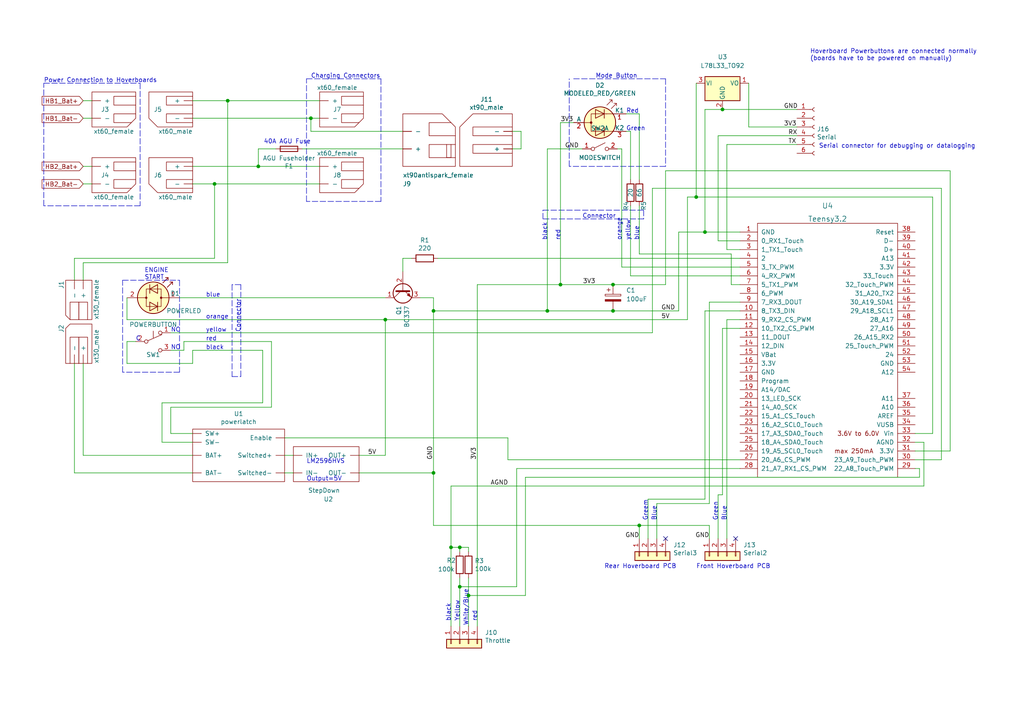
<source format=kicad_sch>
(kicad_sch (version 20211123) (generator eeschema)
  (paper "A4")
  (lib_symbols
    (symbol "Bobbycar_components:StepDown" (pin_names (offset 1.016))
      (property "Reference" "U" (at -1.27 0 0))
      (property "Value" "StepDown" (at 0 6.35 0))
      (symbol "StepDown_0_1"
        (rectangle (start -10.16 5.08) (end 8.89 -5.08))
      )
      (symbol "StepDown_1_1"
        (pin power_in line (at -10.16 2.54 0) (length 2.54) (name "IN+") (number "~"))
        (pin power_in line (at -10.16 -2.54 0) (length 2.54) (name "IN-") (number "~"))
        (pin power_out line (at 8.89 2.54 180) (length 2.54) (name "OUT+") (number "~"))
        (pin power_out line (at 8.89 -2.54 180) (length 2.54) (name "OUT-") (number "~"))
      )
    )
    (symbol "Bobbycar_components:powerlatch" (pin_names (offset 1.016))
      (property "Reference" "U" (at -1.27 6.35 0))
      (property "Value" "powerlatch" (at 0 10.16 0))
      (symbol "powerlatch_0_1"
        (rectangle (start -12.7 8.89) (end 13.97 -6.35))
      )
      (symbol "powerlatch_1_1"
        (pin power_in line (at -12.7 1.27 0) (length 2.54) (name "BAT+") (number "~"))
        (pin power_in line (at -12.7 -3.81 0) (length 2.54) (name "BAT-") (number "~"))
        (pin input line (at 13.97 6.35 180) (length 2.54) (name "Enable") (number "~"))
        (pin input line (at -12.7 7.62 0) (length 2.54) (name "SW+") (number "~"))
        (pin input line (at -12.7 5.08 0) (length 2.54) (name "SW-") (number "~"))
        (pin power_in line (at 13.97 1.27 180) (length 2.54) (name "Switched+") (number "~"))
        (pin power_in line (at 13.97 -3.81 180) (length 2.54) (name "Switched-") (number "~"))
      )
    )
    (symbol "Bobbycar_components:xt30_female" (pin_names (offset 1.016))
      (property "Reference" "J" (at 0 15.24 0))
      (property "Value" "xt30_female" (at 0 12.7 0))
      (symbol "xt30_female_0_1"
        (polyline (pts (xy -2.54 11.43) (xy -2.54 6.35) (xy 0 6.35) (xy 0 11.43)))
        (polyline (pts (xy 0 11.43) (xy 0 6.35) (xy 2.54 6.35) (xy 2.54 11.43)))
      )
      (symbol "xt30_female_1_1"
        (polyline (pts (xy -3.81 0) (xy 3.81 0) (xy 3.81 11.43) (xy -2.54 11.43) (xy -3.81 10.16) (xy -3.81 0)))
        (pin power_out line (at 1.27 0 90) (length 2.54) (name "+") (number "~"))
        (pin power_out line (at -1.27 0 90) (length 2.54) (name "-") (number "~"))
      )
    )
    (symbol "Bobbycar_components:xt30_male" (pin_names (offset 1.016))
      (property "Reference" "J" (at 0 16.51 0))
      (property "Value" "xt30_male" (at 0 13.97 0))
      (symbol "xt30_male_0_1"
        (polyline (pts (xy -2.54 0) (xy -2.54 7.62) (xy 0 7.62) (xy 0 0)))
        (polyline (pts (xy 0 0) (xy 0 7.62) (xy 2.54 7.62) (xy 2.54 0)))
        (polyline (pts (xy -3.81 0) (xy 3.81 0) (xy 3.81 11.43) (xy -2.54 11.43) (xy -3.81 10.16) (xy -3.81 0)))
      )
      (symbol "xt30_male_1_1"
        (pin power_in line (at 1.27 0 90) (length 2.54) (name "+") (number "~"))
        (pin power_in line (at -1.27 0 90) (length 2.54) (name "-") (number "~"))
      )
    )
    (symbol "Bobbycar_components:xt60_female" (pin_names (offset 1.016))
      (property "Reference" "J" (at 0 11.43 0))
      (property "Value" "xt60_female" (at 0 13.97 0))
      (symbol "xt60_female_0_1"
        (polyline (pts (xy -3.81 11.43) (xy -3.81 6.35) (xy -1.27 6.35) (xy -1.27 12.7)))
        (polyline (pts (xy 1.27 12.7) (xy 1.27 6.35) (xy 3.81 6.35) (xy 3.81 12.7)))
      )
      (symbol "xt60_female_1_1"
        (polyline (pts (xy -5.08 0) (xy -5.08 10.16) (xy -2.54 12.7) (xy 5.08 12.7) (xy 5.08 0) (xy -5.08 0)))
        (pin power_out line (at 2.54 0 90) (length 2.54) (name "+") (number "~"))
        (pin power_out line (at -2.54 0 90) (length 2.54) (name "-") (number "~"))
      )
    )
    (symbol "Bobbycar_components:xt60_male" (pin_names (offset 1.016))
      (property "Reference" "J" (at 0 11.43 0))
      (property "Value" "xt60_male" (at 0 13.97 0))
      (symbol "xt60_male_0_1"
        (polyline (pts (xy -3.81 0) (xy -3.81 7.62) (xy -1.27 7.62) (xy -1.27 0)))
        (polyline (pts (xy 1.27 0) (xy 1.27 7.62) (xy 3.81 7.62) (xy 3.81 0)))
        (polyline (pts (xy -5.08 0) (xy -5.08 10.16) (xy -2.54 12.7) (xy 5.08 12.7) (xy 5.08 0) (xy -5.08 0)))
      )
      (symbol "xt60_male_1_1"
        (pin power_in line (at 2.54 0 90) (length 2.54) (name "+") (number "~"))
        (pin power_in line (at -2.54 0 90) (length 2.54) (name "-") (number "~"))
      )
    )
    (symbol "Bobbycar_components:xt90_male" (pin_names (offset 1.016))
      (property "Reference" "J" (at 0 19.05 0))
      (property "Value" "xt90_male" (at 0 16.51 0))
      (symbol "xt90_male_0_1"
        (polyline (pts (xy -3.81 0) (xy -3.81 11.43) (xy -1.27 11.43) (xy -1.27 0)))
        (polyline (pts (xy 1.27 0) (xy 1.27 11.43) (xy 3.81 11.43) (xy 3.81 0)))
      )
      (symbol "xt90_male_1_1"
        (polyline (pts (xy -7.62 0) (xy 7.62 0) (xy 7.62 15.24) (xy -3.81 15.24) (xy -7.62 11.43) (xy -7.62 0)))
        (pin power_in line (at 2.54 0 90) (length 2.54) (name "+") (number "~"))
        (pin power_in line (at -2.54 0 90) (length 2.54) (name "-") (number "~"))
      )
    )
    (symbol "Bobbycar_components:xt90antispark_female" (pin_names (offset 1.016))
      (property "Reference" "J" (at 0 16.51 0))
      (property "Value" "xt90antispark_female" (at 1.27 19.05 0))
      (symbol "xt90antispark_female_0_1"
        (polyline (pts (xy -5.08 13.97) (xy -5.08 7.62) (xy -1.27 7.62) (xy -1.27 15.24)))
        (polyline (pts (xy 1.27 13.97) (xy 5.08 13.97) (xy 5.08 12.7) (xy 1.27 12.7)))
        (polyline (pts (xy 1.27 15.24) (xy 1.27 7.62) (xy 5.08 7.62) (xy 5.08 15.24)))
        (polyline (pts (xy -7.62 0) (xy 7.62 0) (xy 7.62 15.24) (xy -3.81 15.24) (xy -7.62 11.43) (xy -7.62 0)))
      )
      (symbol "xt90antispark_female_1_1"
        (pin power_out line (at 2.54 0 90) (length 2.54) (name "+") (number "~"))
        (pin power_out line (at -2.54 0 90) (length 2.54) (name "-") (number "~"))
      )
    )
    (symbol "Bobbycar_wiring-rescue:LED_Dual_2pin-Device" (pin_names (offset 0) hide)
      (property "Reference" "D" (at 0 5.715 0))
      (property "Value" "LED_Dual_2pin-Device" (at 0 -6.35 0))
      (symbol "LED_Dual_2pin-Device_0_1"
        (circle (center -2.032 0) (radius 0.254) (fill (type outline)))
        (polyline (pts (xy -4.572 0) (xy -2.54 0)))
        (polyline (pts (xy -2.032 0) (xy -2.54 0)))
        (polyline (pts (xy -1.016 3.81) (xy -1.016 1.27)) (stroke (width 0.2032)))
        (polyline (pts (xy 1.27 -1.27) (xy 1.27 -3.81)) (stroke (width 0.2032)))
        (polyline (pts (xy 4.064 0) (xy 2.286 0)) (fill (type outline)))
        (polyline (pts (xy 4.318 5.842) (xy 4.318 5.08)) (stroke (width 0.2032)))
        (polyline (pts (xy 5.588 4.572) (xy 5.588 3.81)) (stroke (width 0.2032)))
        (polyline (pts (xy 2.794 4.318) (xy 4.318 5.842) (xy 3.556 5.842)) (stroke (width 0.2032)))
        (polyline (pts (xy 4.064 3.048) (xy 5.588 4.572) (xy 4.826 4.572)) (stroke (width 0.2032)))
        (polyline (pts (xy -1.016 -1.27) (xy -1.016 -3.81) (xy 1.27 -2.54) (xy -1.016 -1.27)) (stroke (width 0.2032)))
        (polyline (pts (xy 1.27 3.81) (xy 1.27 1.27) (xy -1.016 2.54) (xy 1.27 3.81)) (stroke (width 0.2032)))
        (polyline (pts (xy 2.286 2.54) (xy -2.032 2.54) (xy -2.032 -2.54) (xy 2.286 -2.54) (xy 2.286 2.54)))
        (circle (center 0 0) (radius 4.572) (stroke (width 0.254)) (fill (type background)))
        (circle (center 2.286 0) (radius 0.254) (fill (type outline)))
      )
      (symbol "LED_Dual_2pin-Device_1_1"
        (pin input line (at 7.62 0 180) (length 3.81) (name "KA") (number "1"))
        (pin input line (at -7.62 0 0) (length 3.048) (name "AK") (number "2"))
      )
    )
    (symbol "Bobbycar_wiring-rescue:LED_Dual_CAC-Device" (pin_names (offset 0))
      (property "Reference" "D" (at 0 5.715 0))
      (property "Value" "LED_Dual_CAC-Device" (at 0 -6.35 0))
      (symbol "LED_Dual_CAC-Device_0_1"
        (circle (center -2.54 0) (radius 0.2794) (fill (type outline)))
        (polyline (pts (xy -4.572 0) (xy -2.54 0)))
        (polyline (pts (xy 1.27 -1.27) (xy 1.27 -3.81)) (stroke (width 0.2032)))
        (polyline (pts (xy 1.27 3.81) (xy 1.27 1.27)) (stroke (width 0.2032)))
        (polyline (pts (xy 3.81 -2.54) (xy 1.905 -2.54)))
        (polyline (pts (xy 3.81 2.54) (xy 1.905 2.54)))
        (polyline (pts (xy -1.27 -1.27) (xy -1.27 -3.81) (xy 1.27 -2.54) (xy -1.27 -1.27)) (stroke (width 0.2032)))
        (polyline (pts (xy -1.27 3.81) (xy -1.27 1.27) (xy 1.27 2.54) (xy -1.27 3.81)) (stroke (width 0.2032)))
        (polyline (pts (xy 2.032 2.54) (xy -2.54 2.54) (xy -2.54 -2.54) (xy 2.032 -2.54)))
        (polyline (pts (xy 2.032 5.08) (xy 3.556 6.604) (xy 2.794 6.604) (xy 3.556 6.604) (xy 3.556 5.842)))
        (polyline (pts (xy 3.302 4.064) (xy 4.826 5.588) (xy 4.064 5.588) (xy 4.826 5.588) (xy 4.826 4.826)))
        (circle (center 0 0) (radius 4.572) (stroke (width 0.254)) (fill (type background)))
      )
      (symbol "LED_Dual_CAC-Device_1_1"
        (pin input line (at 7.62 2.54 180) (length 3.81) (name "K1") (number "1"))
        (pin input line (at -7.62 0 0) (length 3.048) (name "A") (number "2"))
        (pin input line (at 7.62 -2.54 180) (length 3.81) (name "K2") (number "3"))
      )
    )
    (symbol "Bobbycar_wiring-rescue:SW_DPST_x2-Switch" (pin_names (offset 0) hide)
      (property "Reference" "SW" (at 0 3.175 0))
      (property "Value" "SW_DPST_x2-Switch" (at 0 -2.54 0))
      (symbol "SW_DPST_x2-Switch_0_0"
        (circle (center -2.032 0) (radius 0.508))
        (polyline (pts (xy -1.524 0.254) (xy 1.524 1.778)))
        (circle (center 2.032 0) (radius 0.508))
      )
      (symbol "SW_DPST_x2-Switch_1_1"
        (pin passive line (at -5.08 0 0) (length 2.54) (name "A") (number "1"))
        (pin passive line (at 5.08 0 180) (length 2.54) (name "B") (number "2"))
      )
      (symbol "SW_DPST_x2-Switch_2_1"
        (pin input line (at -5.08 0 0) (length 2.54) (name "A") (number "3"))
        (pin input line (at 5.08 0 180) (length 2.54) (name "B") (number "4"))
      )
    )
    (symbol "Connector:Conn_01x06_Female" (pin_names (offset 1.016) hide)
      (property "Reference" "J" (at 0 7.62 0))
      (property "Value" "Conn_01x06_Female" (at 0 -10.16 0))
      (symbol "Conn_01x06_Female_1_1"
        (arc (start 0 -7.112) (mid -0.508 -7.62) (end 0 -8.128) (stroke (width 0.1524)))
        (arc (start 0 -4.572) (mid -0.508 -5.08) (end 0 -5.588) (stroke (width 0.1524)))
        (arc (start 0 -2.032) (mid -0.508 -2.54) (end 0 -3.048) (stroke (width 0.1524)))
        (polyline (pts (xy -1.27 -7.62) (xy -0.508 -7.62)) (stroke (width 0.1524)))
        (polyline (pts (xy -1.27 -5.08) (xy -0.508 -5.08)) (stroke (width 0.1524)))
        (polyline (pts (xy -1.27 -2.54) (xy -0.508 -2.54)) (stroke (width 0.1524)))
        (polyline (pts (xy -1.27 0) (xy -0.508 0)) (stroke (width 0.1524)))
        (polyline (pts (xy -1.27 2.54) (xy -0.508 2.54)) (stroke (width 0.1524)))
        (polyline (pts (xy -1.27 5.08) (xy -0.508 5.08)) (stroke (width 0.1524)))
        (arc (start 0 0.508) (mid -0.508 0) (end 0 -0.508) (stroke (width 0.1524)))
        (arc (start 0 3.048) (mid -0.508 2.54) (end 0 2.032) (stroke (width 0.1524)))
        (arc (start 0 5.588) (mid -0.508 5.08) (end 0 4.572) (stroke (width 0.1524)))
        (pin passive line (at -5.08 5.08 0) (length 3.81) (name "Pin_1") (number "1"))
        (pin passive line (at -5.08 2.54 0) (length 3.81) (name "Pin_2") (number "2"))
        (pin passive line (at -5.08 0 0) (length 3.81) (name "Pin_3") (number "3"))
        (pin passive line (at -5.08 -2.54 0) (length 3.81) (name "Pin_4") (number "4"))
        (pin passive line (at -5.08 -5.08 0) (length 3.81) (name "Pin_5") (number "5"))
        (pin passive line (at -5.08 -7.62 0) (length 3.81) (name "Pin_6") (number "6"))
      )
    )
    (symbol "Connector_Generic:Conn_01x04" (pin_names (offset 1.016) hide)
      (property "Reference" "J" (at 0 5.08 0))
      (property "Value" "Conn_01x04" (at 0 -7.62 0))
      (symbol "Conn_01x04_1_1"
        (rectangle (start -1.27 -4.953) (end 0 -5.207) (stroke (width 0.1524)))
        (rectangle (start -1.27 -2.413) (end 0 -2.667) (stroke (width 0.1524)))
        (rectangle (start -1.27 0.127) (end 0 -0.127) (stroke (width 0.1524)))
        (rectangle (start -1.27 2.667) (end 0 2.413) (stroke (width 0.1524)))
        (rectangle (start -1.27 3.81) (end 1.27 -6.35) (stroke (width 0.254)) (fill (type background)))
        (pin passive line (at -5.08 2.54 0) (length 3.81) (name "Pin_1") (number "1"))
        (pin passive line (at -5.08 0 0) (length 3.81) (name "Pin_2") (number "2"))
        (pin passive line (at -5.08 -2.54 0) (length 3.81) (name "Pin_3") (number "3"))
        (pin passive line (at -5.08 -5.08 0) (length 3.81) (name "Pin_4") (number "4"))
      )
    )
    (symbol "Device:C_Polarized" (pin_numbers hide) (pin_names (offset 0.254))
      (property "Reference" "C" (at 0.635 2.54 0))
      (property "Value" "C_Polarized" (at 0.635 -2.54 0))
      (symbol "C_Polarized_0_1"
        (rectangle (start -2.286 0.508) (end 2.286 1.016))
        (polyline (pts (xy -1.778 2.286) (xy -0.762 2.286)))
        (polyline (pts (xy -1.27 2.794) (xy -1.27 1.778)))
        (rectangle (start 2.286 -0.508) (end -2.286 -1.016) (fill (type outline)))
      )
      (symbol "C_Polarized_1_1"
        (pin passive line (at 0 3.81 270) (length 2.794) (name "~") (number "1"))
        (pin passive line (at 0 -3.81 90) (length 2.794) (name "~") (number "2"))
      )
    )
    (symbol "Device:Fuse" (pin_numbers hide) (pin_names (offset 0))
      (property "Reference" "F" (at 2.032 0 90))
      (property "Value" "Fuse" (at -1.905 0 90))
      (symbol "Fuse_0_1"
        (rectangle (start -0.762 -2.54) (end 0.762 2.54) (stroke (width 0.254)))
        (polyline (pts (xy 0 2.54) (xy 0 -2.54)))
      )
      (symbol "Fuse_1_1"
        (pin passive line (at 0 3.81 270) (length 1.27) (name "~") (number "1"))
        (pin passive line (at 0 -3.81 90) (length 1.27) (name "~") (number "2"))
      )
    )
    (symbol "Device:R" (pin_numbers hide) (pin_names (offset 0))
      (property "Reference" "R" (at 2.032 0 90))
      (property "Value" "R" (at 0 0 90))
      (symbol "R_0_1"
        (rectangle (start -1.016 -2.54) (end 1.016 2.54) (stroke (width 0.254)))
      )
      (symbol "R_1_1"
        (pin passive line (at 0 3.81 270) (length 1.27) (name "~") (number "1"))
        (pin passive line (at 0 -3.81 90) (length 1.27) (name "~") (number "2"))
      )
    )
    (symbol "Regulator_Linear:L78L33_TO92" (pin_names (offset 0.254))
      (property "Reference" "U" (at -3.81 3.175 0))
      (property "Value" "L78L33_TO92" (at 0 3.175 0))
      (symbol "L78L33_TO92_0_1"
        (rectangle (start -5.08 -5.08) (end 5.08 1.905) (stroke (width 0.254)) (fill (type background)))
      )
      (symbol "L78L33_TO92_1_1"
        (pin power_out line (at 7.62 0 180) (length 2.54) (name "VO") (number "1"))
        (pin power_in line (at 0 -7.62 90) (length 2.54) (name "GND") (number "2"))
        (pin power_in line (at -7.62 0 0) (length 2.54) (name "VI") (number "3"))
      )
    )
    (symbol "Switch:SW_Push_SPDT" (pin_names (offset 0) hide)
      (property "Reference" "SW" (at 0 4.318 0))
      (property "Value" "SW_Push_SPDT" (at 0 -5.08 0))
      (symbol "SW_Push_SPDT_0_0"
        (circle (center -2.032 0) (radius 0.508))
        (polyline (pts (xy 0 1.016) (xy 0 3.048)))
        (circle (center 2.032 -2.54) (radius 0.508))
      )
      (symbol "SW_Push_SPDT_0_1"
        (polyline (pts (xy -1.524 0.254) (xy 2.54 2.032)))
        (circle (center 2.032 2.54) (radius 0.508))
      )
      (symbol "SW_Push_SPDT_1_1"
        (pin passive line (at 5.08 2.54 180) (length 2.54) (name "A") (number "1"))
        (pin passive line (at -5.08 0 0) (length 2.54) (name "B") (number "2"))
        (pin passive line (at 5.08 -2.54 180) (length 2.54) (name "C") (number "3"))
      )
    )
    (symbol "Transistor_BJT:BC337" (pin_names (offset 0) hide)
      (property "Reference" "Q" (at 5.08 1.905 0))
      (property "Value" "BC337" (at 5.08 0 0))
      (symbol "BC337_0_1"
        (polyline (pts (xy 0 0) (xy 0.635 0)))
        (polyline (pts (xy 0.635 0.635) (xy 2.54 2.54)))
        (polyline (pts (xy 0.635 -0.635) (xy 2.54 -2.54) (xy 2.54 -2.54)))
        (polyline (pts (xy 0.635 1.905) (xy 0.635 -1.905) (xy 0.635 -1.905)) (stroke (width 0.508)))
        (polyline (pts (xy 1.27 -1.778) (xy 1.778 -1.27) (xy 2.286 -2.286) (xy 1.27 -1.778) (xy 1.27 -1.778)) (fill (type outline)))
        (circle (center 1.27 0) (radius 2.8194) (stroke (width 0.254)))
      )
      (symbol "BC337_1_1"
        (pin passive line (at 2.54 5.08 270) (length 2.54) (name "C") (number "1"))
        (pin input line (at -5.08 0 0) (length 5.08) (name "B") (number "2"))
        (pin passive line (at 2.54 -5.08 90) (length 2.54) (name "E") (number "3"))
      )
    )
    (symbol "teensy:Teensy3.2" (pin_names (offset 1.016))
      (property "Reference" "U" (at 0 39.37 0))
      (property "Value" "Teensy3.2" (at 0 -39.37 0))
      (symbol "Teensy3.2_0_0"
        (text "3.6V to 6.0V" (at 8.89 -24.13 0) (effects (font (size 1.27 1.27))))
        (text "max 250mA" (at 7.62 -29.21 0) (effects (font (size 1.27 1.27))))
      )
      (symbol "Teensy3.2_0_1"
        (rectangle (start -20.32 -36.83) (end 20.32 36.83))
      )
      (symbol "Teensy3.2_1_1"
        (pin power_in line (at -25.4 34.29 0) (length 5.08) (name "GND") (number "1"))
        (pin bidirectional line (at -25.4 11.43 0) (length 5.08) (name "8_TX3_DIN") (number "10"))
        (pin bidirectional line (at -25.4 8.89 0) (length 5.08) (name "9_RX2_CS_PWM") (number "11"))
        (pin bidirectional line (at -25.4 6.35 0) (length 5.08) (name "10_TX2_CS_PWM") (number "12"))
        (pin bidirectional line (at -25.4 3.81 0) (length 5.08) (name "11_DOUT") (number "13"))
        (pin bidirectional line (at -25.4 1.27 0) (length 5.08) (name "12_DIN") (number "14"))
        (pin power_in line (at -25.4 -1.27 0) (length 5.08) (name "VBat") (number "15"))
        (pin power_out line (at -25.4 -3.81 0) (length 5.08) (name "3.3V") (number "16"))
        (pin power_in line (at -25.4 -6.35 0) (length 5.08) (name "GND") (number "17"))
        (pin input line (at -25.4 -8.89 0) (length 5.08) (name "Program") (number "18"))
        (pin bidirectional line (at -25.4 -11.43 0) (length 5.08) (name "A14/DAC") (number "19"))
        (pin bidirectional line (at -25.4 31.75 0) (length 5.08) (name "0_RX1_Touch") (number "2"))
        (pin bidirectional line (at -25.4 -13.97 0) (length 5.08) (name "13_LED_SCK") (number "20"))
        (pin bidirectional line (at -25.4 -16.51 0) (length 5.08) (name "14_A0_SCK") (number "21"))
        (pin bidirectional line (at -25.4 -19.05 0) (length 5.08) (name "15_A1_CS_Touch") (number "22"))
        (pin bidirectional line (at -25.4 -21.59 0) (length 5.08) (name "16_A2_SCL0_Touch") (number "23"))
        (pin bidirectional line (at -25.4 -24.13 0) (length 5.08) (name "17_A3_SDA0_Touch") (number "24"))
        (pin bidirectional line (at -25.4 -26.67 0) (length 5.08) (name "18_A4_SDA0_Touch") (number "25"))
        (pin bidirectional line (at -25.4 -29.21 0) (length 5.08) (name "19_A5_SCL0_Touch") (number "26"))
        (pin bidirectional line (at -25.4 -31.75 0) (length 5.08) (name "20_A6_CS_PWM") (number "27"))
        (pin bidirectional line (at -25.4 -34.29 0) (length 5.08) (name "21_A7_RX1_CS_PWM") (number "28"))
        (pin bidirectional line (at 25.4 -34.29 180) (length 5.08) (name "22_A8_Touch_PWM") (number "29"))
        (pin bidirectional line (at -25.4 29.21 0) (length 5.08) (name "1_TX1_Touch") (number "3"))
        (pin bidirectional line (at 25.4 -31.75 180) (length 5.08) (name "23_A9_Touch_PWM") (number "30"))
        (pin power_out line (at 25.4 -29.21 180) (length 5.08) (name "3.3V") (number "31"))
        (pin power_out line (at 25.4 -26.67 180) (length 5.08) (name "AGND") (number "32"))
        (pin power_in line (at 25.4 -24.13 180) (length 5.08) (name "Vin") (number "33"))
        (pin power_in line (at 25.4 -21.59 180) (length 5.08) (name "VUSB") (number "34"))
        (pin input line (at 25.4 -19.05 180) (length 5.08) (name "AREF") (number "35"))
        (pin bidirectional line (at 25.4 -16.51 180) (length 5.08) (name "A10") (number "36"))
        (pin bidirectional line (at 25.4 -13.97 180) (length 5.08) (name "A11") (number "37"))
        (pin input line (at 25.4 34.29 180) (length 5.08) (name "Reset") (number "38"))
        (pin bidirectional line (at 25.4 31.75 180) (length 5.08) (name "D-") (number "39"))
        (pin bidirectional line (at -25.4 26.67 0) (length 5.08) (name "2") (number "4"))
        (pin bidirectional line (at 25.4 29.21 180) (length 5.08) (name "D+") (number "40"))
        (pin bidirectional line (at 25.4 26.67 180) (length 5.08) (name "A13") (number "41"))
        (pin power_out line (at 25.4 24.13 180) (length 5.08) (name "3.3V") (number "42"))
        (pin bidirectional line (at 25.4 21.59 180) (length 5.08) (name "33_Touch") (number "43"))
        (pin bidirectional line (at 25.4 19.05 180) (length 5.08) (name "32_Touch_PWM") (number "44"))
        (pin bidirectional line (at 25.4 16.51 180) (length 5.08) (name "31_A20_TX2") (number "45"))
        (pin bidirectional line (at 25.4 13.97 180) (length 5.08) (name "30_A19_SDA1") (number "46"))
        (pin bidirectional line (at 25.4 11.43 180) (length 5.08) (name "29_A18_SCL1") (number "47"))
        (pin bidirectional line (at 25.4 8.89 180) (length 5.08) (name "28_A17") (number "48"))
        (pin bidirectional line (at 25.4 6.35 180) (length 5.08) (name "27_A16") (number "49"))
        (pin bidirectional line (at -25.4 24.13 0) (length 5.08) (name "3_TX_PWM") (number "5"))
        (pin bidirectional line (at 25.4 3.81 180) (length 5.08) (name "26_A15_RX2") (number "50"))
        (pin bidirectional line (at 25.4 1.27 180) (length 5.08) (name "25_Touch_PWM") (number "51"))
        (pin bidirectional line (at 25.4 -1.27 180) (length 5.08) (name "24") (number "52"))
        (pin power_in line (at 25.4 -3.81 180) (length 5.08) (name "GND") (number "53"))
        (pin bidirectional line (at 25.4 -6.35 180) (length 5.08) (name "A12") (number "54"))
        (pin bidirectional line (at -25.4 21.59 0) (length 5.08) (name "4_RX_PWM") (number "6"))
        (pin bidirectional line (at -25.4 19.05 0) (length 5.08) (name "5_TX1_PWM") (number "7"))
        (pin bidirectional line (at -25.4 16.51 0) (length 5.08) (name "6_PWM") (number "8"))
        (pin bidirectional line (at -25.4 13.97 0) (length 5.08) (name "7_RX3_DOUT") (number "9"))
      )
    )
  )
  (junction (at 62.23 53.34))
  (junction (at 90.17 34.29))
  (junction (at 111.76 92.71))
  (junction (at 130.81 158.75))
  (junction (at 125.73 137.16))
  (junction (at 185.42 152.4))
  (junction (at 133.35 170.18))
  (junction (at 125.73 90.17))
  (junction (at 133.35 158.75))
  (junction (at 74.93 48.26))
  (junction (at 162.56 82.55))
  (junction (at 209.55 31.75))
  (junction (at 158.75 90.17))
  (junction (at 204.47 67.31))
  (junction (at 177.8 82.55))
  (junction (at 201.93 57.15))
  (junction (at 177.8 90.17))
  (junction (at 66.04 29.21))
  (junction (at 135.89 172.72))
  (no_connect (at 213.36 156.21))
  (no_connect (at 193.04 156.21))
  (wire (pts (xy 85.09 132.08) (xy 82.55 132.08)))
  (wire (pts (xy 55.88 101.6) (xy 76.2 101.6)))
  (wire (pts (xy 62.23 53.34) (xy 62.23 74.93)))
  (wire (pts (xy 181.61 38.1) (xy 182.88 38.1)))
  (wire (pts (xy 151.13 43.18) (xy 148.59 43.18)))
  (wire (pts (xy 74.93 43.18) (xy 74.93 48.26)))
  (polyline (pts (xy 12.7 59.69) (xy 12.7 24.13)))
  (wire (pts (xy 265.43 130.81) (xy 275.59 130.81)))
  (wire (pts (xy 265.43 125.73) (xy 270.51 125.73)))
  (wire (pts (xy 133.35 167.64) (xy 133.35 170.18)))
  (wire (pts (xy 135.89 172.72) (xy 135.89 181.61)))
  (wire (pts (xy 49.53 118.11) (xy 49.53 125.73)))
  (wire (pts (xy 55.88 125.73) (xy 49.53 125.73)))
  (polyline (pts (xy 67.31 82.55) (xy 67.31 109.22)))
  (wire (pts (xy 21.59 137.16) (xy 21.59 105.41)))
  (wire (pts (xy 26.67 53.34) (xy 24.13 53.34)))
  (wire (pts (xy 24.13 48.26) (xy 26.67 48.26)))
  (wire (pts (xy 135.89 158.75) (xy 135.89 160.02)))
  (wire (pts (xy 209.55 95.25) (xy 209.55 143.51)))
  (wire (pts (xy 66.04 29.21) (xy 66.04 76.2)))
  (wire (pts (xy 127 74.93) (xy 214.63 74.93)))
  (wire (pts (xy 111.76 92.71) (xy 111.76 132.08)))
  (wire (pts (xy 265.43 135.89) (xy 266.7 135.89)))
  (wire (pts (xy 177.8 82.55) (xy 162.56 82.55)))
  (polyline (pts (xy 52.07 81.28) (xy 52.07 107.95)))
  (wire (pts (xy 214.63 82.55) (xy 212.09 82.55)))
  (wire (pts (xy 212.09 73.66) (xy 185.42 73.66)))
  (polyline (pts (xy 186.69 60.96) (xy 186.69 63.5)))
  (polyline (pts (xy 40.64 24.13) (xy 40.64 59.69)))
  (wire (pts (xy 148.59 38.1) (xy 151.13 38.1)))
  (wire (pts (xy 133.35 170.18) (xy 149.86 170.18)))
  (wire (pts (xy 55.88 105.41) (xy 55.88 101.6)))
  (wire (pts (xy 133.35 170.18) (xy 133.35 181.61)))
  (wire (pts (xy 185.42 152.4) (xy 185.42 156.21)))
  (wire (pts (xy 275.59 130.81) (xy 275.59 49.53)))
  (wire (pts (xy 209.55 143.51) (xy 208.28 143.51)))
  (wire (pts (xy 62.23 53.34) (xy 92.71 53.34)))
  (wire (pts (xy 24.13 76.2) (xy 24.13 81.28)))
  (wire (pts (xy 162.56 35.56) (xy 162.56 82.55)))
  (wire (pts (xy 158.75 43.18) (xy 168.91 43.18)))
  (wire (pts (xy 270.51 57.15) (xy 201.93 57.15)))
  (wire (pts (xy 78.74 118.11) (xy 49.53 118.11)))
  (wire (pts (xy 24.13 132.08) (xy 55.88 132.08)))
  (wire (pts (xy 76.2 101.6) (xy 76.2 116.84)))
  (wire (pts (xy 87.63 43.18) (xy 116.84 43.18)))
  (wire (pts (xy 125.73 90.17) (xy 158.75 90.17)))
  (wire (pts (xy 193.04 49.53) (xy 275.59 49.53)))
  (wire (pts (xy 66.04 29.21) (xy 92.71 29.21)))
  (polyline (pts (xy 157.48 60.96) (xy 186.69 60.96)))
  (wire (pts (xy 270.51 125.73) (xy 270.51 57.15)))
  (wire (pts (xy 214.63 77.47) (xy 180.34 77.47)))
  (wire (pts (xy 90.17 38.1) (xy 90.17 34.29)))
  (wire (pts (xy 193.04 49.53) (xy 193.04 82.55)))
  (wire (pts (xy 205.74 146.05) (xy 205.74 87.63)))
  (wire (pts (xy 177.8 90.17) (xy 196.85 90.17)))
  (wire (pts (xy 149.86 170.18) (xy 149.86 135.89)))
  (wire (pts (xy 190.5 156.21) (xy 190.5 146.05)))
  (wire (pts (xy 214.63 133.35) (xy 147.32 133.35)))
  (wire (pts (xy 267.97 128.27) (xy 265.43 128.27)))
  (wire (pts (xy 189.23 54.61) (xy 189.23 96.52)))
  (wire (pts (xy 36.83 92.71) (xy 36.83 86.36)))
  (wire (pts (xy 119.38 74.93) (xy 116.84 74.93)))
  (wire (pts (xy 205.74 152.4) (xy 205.74 156.21)))
  (wire (pts (xy 36.83 99.06) (xy 36.83 105.41)))
  (wire (pts (xy 76.2 116.84) (xy 46.99 116.84)))
  (wire (pts (xy 116.84 74.93) (xy 116.84 78.74)))
  (wire (pts (xy 217.17 24.13) (xy 217.17 36.83)))
  (wire (pts (xy 55.88 29.21) (xy 66.04 29.21)))
  (wire (pts (xy 24.13 29.21) (xy 26.67 29.21)))
  (wire (pts (xy 182.88 59.69) (xy 182.88 80.01)))
  (wire (pts (xy 209.55 31.75) (xy 231.14 31.75)))
  (polyline (pts (xy 69.85 109.22) (xy 69.85 82.55)))
  (wire (pts (xy 182.88 38.1) (xy 182.88 52.07)))
  (wire (pts (xy 208.28 69.85) (xy 208.28 39.37)))
  (wire (pts (xy 204.47 90.17) (xy 204.47 144.78)))
  (wire (pts (xy 55.88 137.16) (xy 21.59 137.16)))
  (wire (pts (xy 208.28 39.37) (xy 231.14 39.37)))
  (wire (pts (xy 78.74 99.06) (xy 78.74 118.11)))
  (polyline (pts (xy 165.1 48.26) (xy 165.1 22.86)))
  (wire (pts (xy 36.83 99.06) (xy 39.37 99.06)))
  (wire (pts (xy 125.73 86.36) (xy 125.73 90.17)))
  (wire (pts (xy 204.47 67.31) (xy 214.63 67.31)))
  (wire (pts (xy 214.63 90.17) (xy 204.47 90.17)))
  (wire (pts (xy 187.96 156.21) (xy 187.96 144.78)))
  (wire (pts (xy 80.01 43.18) (xy 74.93 43.18)))
  (wire (pts (xy 180.34 43.18) (xy 180.34 77.47)))
  (wire (pts (xy 74.93 48.26) (xy 92.71 48.26)))
  (polyline (pts (xy 52.07 107.95) (xy 35.56 107.95)))
  (wire (pts (xy 138.43 82.55) (xy 138.43 181.61)))
  (polyline (pts (xy 67.31 109.22) (xy 69.85 109.22)))
  (wire (pts (xy 265.43 133.35) (xy 273.05 133.35)))
  (polyline (pts (xy 40.64 59.69) (xy 12.7 59.69)))
  (wire (pts (xy 181.61 33.02) (xy 185.42 33.02)))
  (wire (pts (xy 52.07 86.36) (xy 111.76 86.36)))
  (polyline (pts (xy 88.9 22.86) (xy 110.49 22.86)))
  (wire (pts (xy 36.83 92.71) (xy 111.76 92.71)))
  (wire (pts (xy 46.99 116.84) (xy 46.99 128.27)))
  (wire (pts (xy 55.88 48.26) (xy 74.93 48.26)))
  (wire (pts (xy 179.07 43.18) (xy 180.34 43.18)))
  (wire (pts (xy 199.39 57.15) (xy 199.39 92.71)))
  (wire (pts (xy 151.13 38.1) (xy 151.13 43.18)))
  (wire (pts (xy 130.81 181.61) (xy 130.81 158.75)))
  (wire (pts (xy 53.34 99.06) (xy 78.74 99.06)))
  (wire (pts (xy 21.59 74.93) (xy 62.23 74.93)))
  (wire (pts (xy 204.47 31.75) (xy 209.55 31.75)))
  (wire (pts (xy 82.55 127) (xy 147.32 127)))
  (wire (pts (xy 162.56 35.56) (xy 166.37 35.56)))
  (wire (pts (xy 55.88 53.34) (xy 62.23 53.34)))
  (polyline (pts (xy 35.56 81.28) (xy 52.07 81.28)))
  (wire (pts (xy 158.75 90.17) (xy 177.8 90.17)))
  (wire (pts (xy 204.47 144.78) (xy 187.96 144.78)))
  (polyline (pts (xy 35.56 107.95) (xy 35.56 81.28)))
  (wire (pts (xy 199.39 92.71) (xy 111.76 92.71)))
  (wire (pts (xy 133.35 158.75) (xy 135.89 158.75)))
  (wire (pts (xy 190.5 146.05) (xy 205.74 146.05)))
  (wire (pts (xy 266.7 135.89) (xy 266.7 138.43)))
  (wire (pts (xy 149.86 135.89) (xy 214.63 135.89)))
  (polyline (pts (xy 193.04 22.86) (xy 193.04 48.26)))
  (wire (pts (xy 214.63 80.01) (xy 182.88 80.01)))
  (wire (pts (xy 185.42 33.02) (xy 185.42 52.07)))
  (polyline (pts (xy 186.69 63.5) (xy 157.48 63.5)))
  (polyline (pts (xy 110.49 22.86) (xy 110.49 58.42)))
  (wire (pts (xy 85.09 137.16) (xy 82.55 137.16)))
  (polyline (pts (xy 110.49 58.42) (xy 88.9 58.42)))
  (wire (pts (xy 104.14 132.08) (xy 111.76 132.08)))
  (wire (pts (xy 46.99 128.27) (xy 55.88 128.27)))
  (wire (pts (xy 267.97 140.97) (xy 267.97 128.27)))
  (wire (pts (xy 205.74 87.63) (xy 214.63 87.63)))
  (wire (pts (xy 210.82 92.71) (xy 210.82 156.21)))
  (wire (pts (xy 210.82 41.91) (xy 210.82 72.39)))
  (wire (pts (xy 125.73 152.4) (xy 185.42 152.4)))
  (wire (pts (xy 217.17 36.83) (xy 231.14 36.83)))
  (wire (pts (xy 273.05 54.61) (xy 189.23 54.61)))
  (wire (pts (xy 130.81 158.75) (xy 130.81 140.97)))
  (wire (pts (xy 49.53 96.52) (xy 189.23 96.52)))
  (wire (pts (xy 201.93 24.13) (xy 201.93 57.15)))
  (wire (pts (xy 185.42 152.4) (xy 205.74 152.4)))
  (wire (pts (xy 147.32 133.35) (xy 147.32 127)))
  (polyline (pts (xy 69.85 82.55) (xy 67.31 82.55)))
  (wire (pts (xy 152.4 138.43) (xy 152.4 172.72)))
  (wire (pts (xy 49.53 101.6) (xy 53.34 101.6)))
  (wire (pts (xy 214.63 69.85) (xy 208.28 69.85)))
  (wire (pts (xy 208.28 143.51) (xy 208.28 156.21)))
  (wire (pts (xy 130.81 158.75) (xy 133.35 158.75)))
  (wire (pts (xy 130.81 140.97) (xy 267.97 140.97)))
  (wire (pts (xy 135.89 167.64) (xy 135.89 172.72)))
  (wire (pts (xy 24.13 105.41) (xy 24.13 132.08)))
  (wire (pts (xy 210.82 92.71) (xy 214.63 92.71)))
  (wire (pts (xy 214.63 95.25) (xy 209.55 95.25)))
  (polyline (pts (xy 193.04 48.26) (xy 165.1 48.26)))
  (wire (pts (xy 36.83 105.41) (xy 55.88 105.41)))
  (wire (pts (xy 158.75 43.18) (xy 158.75 90.17)))
  (polyline (pts (xy 157.48 63.5) (xy 157.48 60.96)))
  (polyline (pts (xy 12.7 24.13) (xy 40.64 24.13)))
  (wire (pts (xy 201.93 57.15) (xy 199.39 57.15)))
  (wire (pts (xy 196.85 90.17) (xy 196.85 67.31)))
  (wire (pts (xy 266.7 138.43) (xy 152.4 138.43)))
  (wire (pts (xy 135.89 172.72) (xy 152.4 172.72)))
  (wire (pts (xy 138.43 82.55) (xy 162.56 82.55)))
  (wire (pts (xy 125.73 90.17) (xy 125.73 137.16)))
  (wire (pts (xy 204.47 67.31) (xy 204.47 31.75)))
  (wire (pts (xy 121.92 86.36) (xy 125.73 86.36)))
  (wire (pts (xy 104.14 137.16) (xy 125.73 137.16)))
  (wire (pts (xy 116.84 38.1) (xy 90.17 38.1)))
  (wire (pts (xy 210.82 41.91) (xy 231.14 41.91)))
  (wire (pts (xy 24.13 76.2) (xy 66.04 76.2)))
  (wire (pts (xy 133.35 158.75) (xy 133.35 160.02)))
  (wire (pts (xy 196.85 67.31) (xy 204.47 67.31)))
  (wire (pts (xy 212.09 82.55) (xy 212.09 73.66)))
  (wire (pts (xy 26.67 34.29) (xy 24.13 34.29)))
  (polyline (pts (xy 166.37 22.86) (xy 193.04 22.86)))
  (wire (pts (xy 55.88 34.29) (xy 90.17 34.29)))
  (wire (pts (xy 53.34 101.6) (xy 53.34 99.06)))
  (wire (pts (xy 210.82 72.39) (xy 214.63 72.39)))
  (polyline (pts (xy 88.9 58.42) (xy 88.9 22.86)))
  (wire (pts (xy 185.42 59.69) (xy 185.42 73.66)))
  (wire (pts (xy 21.59 81.28) (xy 21.59 74.93)))
  (wire (pts (xy 273.05 133.35) (xy 273.05 54.61)))
  (wire (pts (xy 193.04 82.55) (xy 177.8 82.55)))
  (wire (pts (xy 125.73 137.16) (xy 125.73 152.4)))
  (wire (pts (xy 90.17 34.29) (xy 92.71 34.29)))
  (text "40A AGU Fuse" (at 90.17 41.91 180) (effects (font (size 1.27 1.27)) (justify right bottom)))
  (text "black" (at 158.75 69.85 90) (effects (font (size 1.27 1.27)) (justify left bottom)))
  (text "Front Hoverboard PCB" (at 201.93 165.1 0) (effects (font (size 1.27 1.27)) (justify left bottom)))
  (text "orange" (at 180.34 69.85 90) (effects (font (size 1.27 1.27)) (justify left bottom)))
  (text "Hoverboard Powerbuttons are connected normally\n(boards have to be powered on manually)" (at 234.95 17.78 0) (effects (font (size 1.27 1.27)) (justify left bottom)))
  (text "Connector" (at 168.91 63.5 0) (effects (font (size 1.27 1.27)) (justify left bottom)))
  (text "red" (at 59.69 99.06 0) (effects (font (size 1.27 1.27)) (justify left bottom)))
  (text "yellow" (at 59.69 96.52 0) (effects (font (size 1.27 1.27)) (justify left bottom)))
  (text "Connector" (at 69.85 96.52 90) (effects (font (size 1.27 1.27)) (justify left bottom)))
  (text "Rear Hoverboard PCB" (at 175.26 165.1 0) (effects (font (size 1.27 1.27)) (justify left bottom)))
  (text "Blue" (at 210.82 151.13 90) (effects (font (size 1.27 1.27)) (justify left bottom)))
  (text "yellow" (at 182.88 69.85 90) (effects (font (size 1.27 1.27)) (justify left bottom)))
  (text "red" (at 138.43 180.34 90) (effects (font (size 1.27 1.27)) (justify left bottom)))
  (text "blue" (at 185.42 69.85 90) (effects (font (size 1.27 1.27)) (justify left bottom)))
  (text "Serial connector for debugging or datalogging" (at 237.49 43.18 0) (effects (font (size 1.27 1.27)) (justify left bottom)))
  (text "Green" (at 208.28 151.13 90) (effects (font (size 1.27 1.27)) (justify left bottom)))
  (text "Greem" (at 187.96 151.13 90) (effects (font (size 1.27 1.27)) (justify left bottom)))
  (text "Yellow" (at 133.35 180.34 90) (effects (font (size 1.27 1.27)) (justify left bottom)))
  (text "Charging Connectors" (at 90.17 22.86 0) (effects (font (size 1.27 1.27)) (justify left bottom)))
  (text "Output=5V" (at 88.9 139.7 0) (effects (font (size 1.27 1.27)) (justify left bottom)))
  (text "red" (at 162.56 69.85 90) (effects (font (size 1.27 1.27)) (justify left bottom)))
  (text "C" (at 39.37 99.06 0) (effects (font (size 1.27 1.27)) (justify left bottom)))
  (text "ENGINE\nSTART" (at 41.91 81.28 0) (effects (font (size 1.27 1.27)) (justify left bottom)))
  (text "Blue" (at 190.5 151.13 90) (effects (font (size 1.27 1.27)) (justify left bottom)))
  (text "blue" (at 59.69 86.36 0) (effects (font (size 1.27 1.27)) (justify left bottom)))
  (text "Mode Button" (at 172.72 22.86 0) (effects (font (size 1.27 1.27)) (justify left bottom)))
  (text "Green" (at 181.61 38.1 0) (effects (font (size 1.27 1.27)) (justify left bottom)))
  (text "orange" (at 59.69 92.71 0) (effects (font (size 1.27 1.27)) (justify left bottom)))
  (text "Power Connection to Hoverboards" (at 12.7 24.13 0) (effects (font (size 1.27 1.27)) (justify left bottom)))
  (text "White/Blue" (at 135.89 181.61 90) (effects (font (size 1.27 1.27)) (justify left bottom)))
  (text "black" (at 59.69 101.6 0) (effects (font (size 1.27 1.27)) (justify left bottom)))
  (text "NC" (at 49.53 96.52 0) (effects (font (size 1.27 1.27)) (justify left bottom)))
  (text "NO" (at 49.53 101.6 0) (effects (font (size 1.27 1.27)) (justify left bottom)))
  (text "LM2596HVS" (at 88.9 134.62 0) (effects (font (size 1.27 1.27)) (justify left bottom)))
  (text "Red" (at 181.61 33.02 0) (effects (font (size 1.27 1.27)) (justify left bottom)))
  (text "black" (at 130.81 180.34 90) (effects (font (size 1.27 1.27)) (justify left bottom)))
  (label "3V3" (at 172.72 82.55 180))
  (label "GND" (at 125.73 133.35 90))
  (label "5V" (at 106.68 132.08 0))
  (label "5V" (at 191.77 92.71 0))
  (label "3V3" (at 162.56 35.56 0))
  (label "RX" (at 228.6 39.37 0))
  (label "GND" (at 191.77 90.17 0))
  (label "GND" (at 163.83 43.18 0))
  (label "GND" (at 227.33 31.75 0))
  (label "AGND" (at 142.24 140.97 0))
  (label "TX" (at 228.6 41.91 0))
  (label "3V3" (at 138.43 133.35 90))
  (label "GND" (at 185.42 156.21 180))
  (label "3V3" (at 227.33 36.83 0))
  (label "GND" (at 205.74 156.21 180))
  (global_label "HB1_Bat+" (shape input) (at 24.13 29.21 180) (property "Intersheet References" "${INTERSHEET_REFS}" (effects hide)))
  (global_label "HB2_Bat+" (shape input) (at 24.13 48.26 180) (property "Intersheet References" "${INTERSHEET_REFS}" (effects hide)))
  (global_label "HB1_Bat-" (shape input) (at 24.13 34.29 180) (property "Intersheet References" "${INTERSHEET_REFS}" (effects hide)))
  (global_label "HB2_Bat-" (shape input) (at 24.13 53.34 180) (property "Intersheet References" "${INTERSHEET_REFS}" (effects hide)))
  (symbol (lib_id "Bobbycar_components:StepDown") (at 95.25 134.62 0) (unit 1)
    (property "Reference" "U2" (at 95.25 144.78 0))
    (property "Value" "StepDown" (at 93.98 142.24 0))
  )
  (symbol (lib_id "Bobbycar_components:powerlatch") (at 68.58 133.35 0) (unit 1)
    (property "Reference" "U1" (at 69.215 120.015 0))
    (property "Value" "powerlatch" (at 69.215 122.3264 0))
  )
  (symbol (lib_id "Switch:SW_Push_SPDT") (at 44.45 99.06 0) (unit 1)
    (property "Reference" "SW1" (at 44.45 102.87 0))
    (property "Value" "POWERBUTTON" (at 44.45 94.1324 0))
  )
  (symbol (lib_id "Transistor_BJT:BC337") (at 116.84 83.82 90) (mirror x) (unit 1)
    (property "Reference" "Q1" (at 115.6716 88.646 0) (effects (justify left)))
    (property "Value" "BC337" (at 117.983 88.646 0) (effects (justify left)))
    (property "Footprint" "Package_TO_SOT_THT:TO-92_Inline" (effects hide))
    (property "Datasheet" "http://www.nxp.com/documents/data_sheet/BC817_BC817W_BC337.pdf" (effects hide))
  )
  (symbol (lib_id "Device:R") (at 123.19 74.93 270) (unit 1)
    (property "Reference" "R1" (at 123.19 69.6722 90))
    (property "Value" "220" (at 123.19 71.9836 90))
  )
  (symbol (lib_id "Connector:Conn_01x06_Female") (at 236.22 36.83 0) (unit 1)
    (property "Reference" "J16" (at 236.9312 37.4396 0) (effects (justify left)))
    (property "Value" "Serial" (at 236.9312 39.751 0) (effects (justify left)))
  )
  (symbol (lib_id "Connector_Generic:Conn_01x04") (at 187.96 161.29 90) (mirror x) (unit 1)
    (property "Reference" "J12" (at 195.2752 158.0642 90) (effects (justify right)))
    (property "Value" "Serial3" (at 195.2752 160.3756 90) (effects (justify right)))
  )
  (symbol (lib_id "Connector_Generic:Conn_01x04") (at 208.28 161.29 90) (mirror x) (unit 1)
    (property "Reference" "J13" (at 215.5952 158.0642 90) (effects (justify right)))
    (property "Value" "Serial2" (at 215.5952 160.3756 90) (effects (justify right)))
  )
  (symbol (lib_id "Device:Fuse") (at 83.82 43.18 90) (unit 1)
    (property "Reference" "F1" (at 83.82 48.1838 90))
    (property "Value" "AGU Fuseholder" (at 83.82 45.8724 90))
  )
  (symbol (lib_id "Bobbycar_components:xt60_male") (at 55.88 31.75 90) (unit 1)
    (property "Reference" "J5" (at 46.99 31.75 90) (effects (justify left)))
    (property "Value" "xt60_male" (at 55.88 38.1 90) (effects (justify left)))
  )
  (symbol (lib_id "Bobbycar_components:xt60_male") (at 55.88 50.8 90) (unit 1)
    (property "Reference" "J6" (at 46.99 50.8 90) (effects (justify left)))
    (property "Value" "xt60_male" (at 55.88 57.15 90) (effects (justify left)))
  )
  (symbol (lib_id "Bobbycar_components:xt60_female") (at 92.71 31.75 270) (mirror x) (unit 1)
    (property "Reference" "J7" (at 97.79 31.75 90))
    (property "Value" "xt60_female" (at 97.79 25.4 90))
  )
  (symbol (lib_id "Bobbycar_components:xt60_female") (at 92.71 50.8 270) (mirror x) (unit 1)
    (property "Reference" "J8" (at 97.79 50.8 90))
    (property "Value" "xt60_female" (at 97.79 44.45 90))
  )
  (symbol (lib_id "Bobbycar_components:xt90antispark_female") (at 116.84 40.64 270) (unit 1)
    (property "Reference" "J9" (at 116.84 53.34 90) (effects (justify left)))
    (property "Value" "xt90antispark_female" (at 116.84 50.8 90) (effects (justify left)))
  )
  (symbol (lib_id "Bobbycar_components:xt90_male") (at 148.59 40.64 90) (mirror x) (unit 1)
    (property "Reference" "J11" (at 141.1224 28.829 90))
    (property "Value" "xt90_male" (at 141.1224 31.1404 90))
  )
  (symbol (lib_id "Connector_Generic:Conn_01x04") (at 133.35 186.69 90) (mirror x) (unit 1)
    (property "Reference" "J10" (at 140.6652 183.4642 90) (effects (justify right)))
    (property "Value" "Throttle" (at 140.6652 185.7756 90) (effects (justify right)))
  )
  (symbol (lib_id "Bobbycar_components:xt30_male") (at 22.86 105.41 0) (unit 1)
    (property "Reference" "J2" (at 17.78 96.52 90) (effects (justify left)))
    (property "Value" "xt30_male" (at 27.94 105.41 90) (effects (justify left)))
  )
  (symbol (lib_id "Bobbycar_components:xt30_female") (at 22.86 81.28 0) (mirror x) (unit 1)
    (property "Reference" "J1" (at 17.78 83.82 90) (effects (justify right)))
    (property "Value" "xt30_female" (at 27.94 92.71 90) (effects (justify right)))
  )
  (symbol (lib_id "Bobbycar_wiring-rescue:SW_DPST_x2-Switch") (at 173.99 43.18 0) (unit 1)
    (property "Reference" "SW2" (at 173.99 37.211 0))
    (property "Value" "MODESWITCH" (at 173.99 45.72 0))
  )
  (symbol (lib_id "Bobbycar_wiring-rescue:LED_Dual_2pin-Device") (at 44.45 86.36 0) (unit 1)
    (property "Reference" "D1" (at 50.8 85.09 0))
    (property "Value" "POWERLED" (at 53.34 90.17 0))
  )
  (symbol (lib_id "Bobbycar_wiring-rescue:LED_Dual_CAC-Device") (at 173.99 35.56 0) (unit 1)
    (property "Reference" "D2" (at 173.99 24.765 0))
    (property "Value" "MODELED_RED/GREEN" (at 173.99 27.0764 0))
  )
  (symbol (lib_id "Device:R") (at 185.42 55.88 180) (unit 1)
    (property "Reference" "R5" (at 186.69 59.69 90))
    (property "Value" "66" (at 185.42 55.88 90))
  )
  (symbol (lib_id "Device:R") (at 182.88 55.88 180) (unit 1)
    (property "Reference" "R4" (at 181.61 59.69 90))
    (property "Value" "20" (at 182.88 55.88 90))
  )
  (symbol (lib_id "Device:R") (at 133.35 163.83 0) (unit 1)
    (property "Reference" "R2" (at 129.54 162.56 0) (effects (justify left)))
    (property "Value" "100k" (at 127 165.1 0) (effects (justify left)))
  )
  (symbol (lib_id "Device:R") (at 135.89 163.83 0) (unit 1)
    (property "Reference" "R3" (at 137.668 162.6616 0) (effects (justify left)))
    (property "Value" "100k" (at 137.668 164.973 0) (effects (justify left)))
  )
  (symbol (lib_id "Bobbycar_components:xt60_female") (at 26.67 31.75 270) (mirror x) (unit 1)
    (property "Reference" "J3" (at 30.48 31.75 90))
    (property "Value" "xt60_female" (at 33.02 38.1 90))
  )
  (symbol (lib_id "Bobbycar_components:xt60_female") (at 26.67 50.8 270) (mirror x) (unit 1)
    (property "Reference" "J4" (at 30.48 50.8 90))
    (property "Value" "xt60_female" (at 33.02 57.15 90))
  )
  (symbol (lib_id "Regulator_Linear:L78L33_TO92") (at 209.55 24.13 0) (unit 1)
    (property "Reference" "U3" (at 209.55 16.51 0))
    (property "Value" "L78L33_TO92" (at 209.55 19.05 0))
    (property "Footprint" "Package_TO_SOT_THT:TO-92_Inline" (effects hide))
    (property "Datasheet" "http://www.st.com/content/ccc/resource/technical/document/datasheet/15/55/e5/aa/23/5b/43/fd/CD00000446.pdf/files/CD00000446.pdf/jcr:content/translations/en.CD00000446.pdf" (effects hide))
  )
  (symbol (lib_id "Device:C_Polarized") (at 177.8 86.36 0) (unit 1)
    (property "Reference" "C1" (at 181.61 84.2009 0) (effects (justify left)))
    (property "Value" "100uF" (at 181.61 86.7409 0) (effects (justify left)))
  )
  (symbol (lib_id "teensy:Teensy3.2") (at 240.03 101.6 0) (unit 1)
    (property "Reference" "U4" (at 240.03 59.69 0) (effects (font (size 1.524 1.524))))
    (property "Value" "Teensy3.2" (at 240.03 63.5 0) (effects (font (size 1.524 1.524))))
  )
)
</source>
